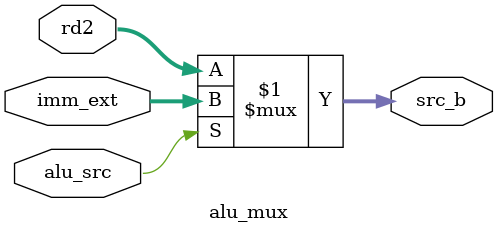
<source format=v>
`timescale 1ns / 1ps

module alu_mux(
    input [31:0] rd2,imm_ext,
    input alu_src,
    output wire [31:0] src_b
    );
assign src_b = alu_src ? imm_ext : rd2;    
endmodule

</source>
